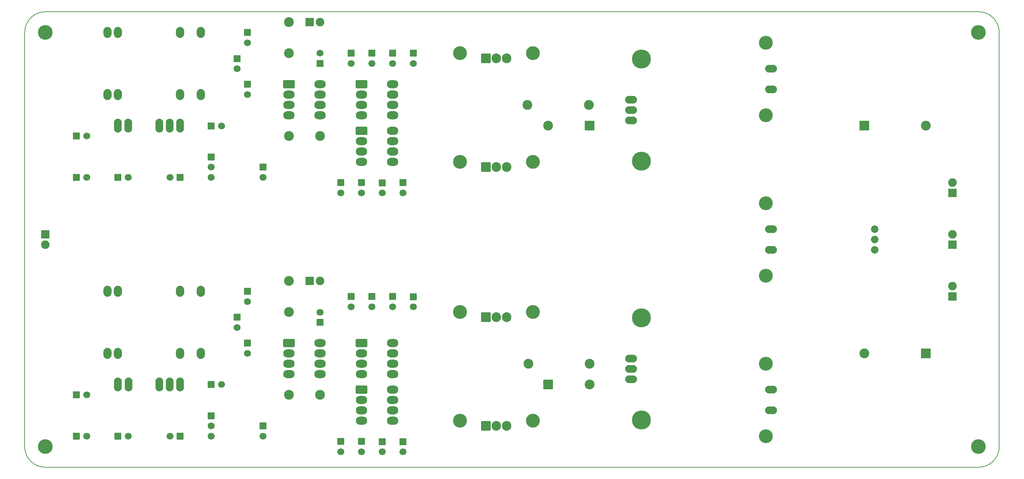
<source format=gbr>
%TF.GenerationSoftware,KiCad,Pcbnew,6.0.4+dfsg-1+b1*%
%TF.CreationDate,2022-05-18T11:28:58-05:00*%
%TF.ProjectId,HV-pulse-generator,48562d70-756c-4736-952d-67656e657261,C*%
%TF.SameCoordinates,Original*%
%TF.FileFunction,Soldermask,Bot*%
%TF.FilePolarity,Negative*%
%FSLAX46Y46*%
G04 Gerber Fmt 4.6, Leading zero omitted, Abs format (unit mm)*
G04 Created by KiCad (PCBNEW 6.0.4+dfsg-1+b1) date 2022-05-18 11:28:58*
%MOMM*%
%LPD*%
G01*
G04 APERTURE LIST*
G04 Aperture macros list*
%AMRoundRect*
0 Rectangle with rounded corners*
0 $1 Rounding radius*
0 $2 $3 $4 $5 $6 $7 $8 $9 X,Y pos of 4 corners*
0 Add a 4 corners polygon primitive as box body*
4,1,4,$2,$3,$4,$5,$6,$7,$8,$9,$2,$3,0*
0 Add four circle primitives for the rounded corners*
1,1,$1+$1,$2,$3*
1,1,$1+$1,$4,$5*
1,1,$1+$1,$6,$7*
1,1,$1+$1,$8,$9*
0 Add four rect primitives between the rounded corners*
20,1,$1+$1,$2,$3,$4,$5,0*
20,1,$1+$1,$4,$5,$6,$7,0*
20,1,$1+$1,$6,$7,$8,$9,0*
20,1,$1+$1,$8,$9,$2,$3,0*%
G04 Aperture macros list end*
%TA.AperFunction,Profile*%
%ADD10C,0.150000*%
%TD*%
%ADD11RoundRect,0.200000X-1.000000X-1.000000X1.000000X-1.000000X1.000000X1.000000X-1.000000X1.000000X0*%
%ADD12C,2.400000*%
%ADD13RoundRect,0.200000X1.000000X1.000000X-1.000000X1.000000X-1.000000X-1.000000X1.000000X-1.000000X0*%
%ADD14RoundRect,0.200000X-0.850000X-0.850000X0.850000X-0.850000X0.850000X0.850000X-0.850000X0.850000X0*%
%ADD15O,2.100000X2.100000*%
%ADD16RoundRect,0.200000X0.850000X0.850000X-0.850000X0.850000X-0.850000X-0.850000X0.850000X-0.850000X0*%
%ADD17O,2.899360X1.901140*%
%ADD18C,3.400000*%
%ADD19C,4.670000*%
%ADD20C,3.600000*%
%ADD21RoundRect,0.200000X-1.200000X-0.800000X1.200000X-0.800000X1.200000X0.800000X-1.200000X0.800000X0*%
%ADD22O,2.800000X2.000000*%
%ADD23C,1.840000*%
%ADD24RoundRect,0.200000X-0.650000X0.650000X-0.650000X-0.650000X0.650000X-0.650000X0.650000X0.650000X0*%
%ADD25C,1.700000*%
%ADD26RoundRect,0.200000X-0.650000X-0.650000X0.650000X-0.650000X0.650000X0.650000X-0.650000X0.650000X0*%
%ADD27RoundRect,0.200000X0.650000X-0.650000X0.650000X0.650000X-0.650000X0.650000X-0.650000X-0.650000X0*%
%ADD28RoundRect,0.200000X0.650000X0.650000X-0.650000X0.650000X-0.650000X-0.650000X0.650000X-0.650000X0*%
%ADD29C,2.398980*%
%ADD30RoundRect,0.200000X0.650240X-0.650240X0.650240X0.650240X-0.650240X0.650240X-0.650240X-0.650240X0*%
%ADD31C,1.700480*%
%ADD32O,1.901140X3.399740*%
%ADD33RoundRect,0.200000X0.850000X-0.850000X0.850000X0.850000X-0.850000X0.850000X-0.850000X-0.850000X0*%
%ADD34O,2.000000X2.700000*%
%ADD35RoundRect,0.200000X-0.952500X-1.000000X0.952500X-1.000000X0.952500X1.000000X-0.952500X1.000000X0*%
%ADD36O,2.305000X2.400000*%
%ADD37RoundRect,0.200000X0.999490X0.999490X-0.999490X0.999490X-0.999490X-0.999490X0.999490X-0.999490X0*%
%ADD38RoundRect,0.200000X-0.999490X-0.999490X0.999490X-0.999490X0.999490X0.999490X-0.999490X0.999490X0*%
G04 APERTURE END LIST*
D10*
X20320000Y-127000000D02*
X20320000Y-25400000D01*
X259080000Y-25400000D02*
G75*
G03*
X254000000Y-20320000I-5080000J0D01*
G01*
X254000000Y-132080000D02*
G75*
G03*
X259080000Y-127000000I0J5080000D01*
G01*
X254000000Y-20320000D02*
X25400000Y-20320000D01*
X259080000Y-25400000D02*
X259080000Y-127000000D01*
X254000000Y-132080000D02*
X25400000Y-132080000D01*
X20320000Y-127000000D02*
G75*
G03*
X25400000Y-132080000I5080000J0D01*
G01*
X25400000Y-20320000D02*
G75*
G03*
X20320000Y-25400000I0J-5080000D01*
G01*
D11*
%TO.C,C6*%
X226060000Y-48260000D03*
D12*
X241060000Y-48260000D03*
%TD*%
D13*
%TO.C,C29*%
X241060000Y-104140000D03*
D12*
X226060000Y-104140000D03*
%TD*%
D14*
%TO.C,J3*%
X25400000Y-74930000D03*
D15*
X25400000Y-77470000D03*
%TD*%
D16*
%TO.C,J4*%
X247650000Y-77470000D03*
D15*
X247650000Y-74930000D03*
%TD*%
D17*
%TO.C,R1*%
X203200000Y-39370000D03*
X203200000Y-34290000D03*
%TD*%
%TO.C,R5*%
X203200000Y-78740000D03*
X203200000Y-73660000D03*
%TD*%
%TO.C,R9*%
X203200000Y-118110000D03*
X203200000Y-113030000D03*
%TD*%
D18*
%TO.C,REF\u002A\u002A*%
X201930000Y-27930000D03*
X201930000Y-45730000D03*
%TD*%
%TO.C,REF\u002A\u002A*%
X201930000Y-106670000D03*
X201930000Y-124470000D03*
%TD*%
%TO.C,REF\u002A\u002A*%
X144790000Y-93980000D03*
X126990000Y-93980000D03*
%TD*%
D19*
%TO.C,REF\u002A\u002A*%
X171450000Y-95450000D03*
X171450000Y-120450000D03*
%TD*%
D20*
%TO.C,REF\u002A\u002A*%
X254000000Y-127000000D03*
%TD*%
D21*
%TO.C,U1*%
X102870000Y-101600000D03*
D22*
X102870000Y-104140000D03*
X102870000Y-106680000D03*
X102870000Y-109220000D03*
X110490000Y-109220000D03*
X110490000Y-106680000D03*
X110490000Y-104140000D03*
X110490000Y-101600000D03*
%TD*%
D21*
%TO.C,U2*%
X85090000Y-101600000D03*
D22*
X85090000Y-104140000D03*
X85090000Y-106680000D03*
X85090000Y-109220000D03*
X92710000Y-109220000D03*
X92710000Y-106680000D03*
X92710000Y-104140000D03*
X92710000Y-101600000D03*
%TD*%
D23*
%TO.C,RTUNE1*%
X228600000Y-73660000D03*
X228600000Y-76200000D03*
X228600000Y-78740000D03*
%TD*%
D24*
%TO.C,C4*%
X100330000Y-90170000D03*
D25*
X100330000Y-92670000D03*
%TD*%
D24*
%TO.C,C12*%
X107950000Y-125770000D03*
D25*
X107950000Y-128270000D03*
%TD*%
D26*
%TO.C,C17*%
X66040000Y-111760000D03*
D25*
X68540000Y-111760000D03*
%TD*%
D24*
%TO.C,C14*%
X113030000Y-125770000D03*
D25*
X113030000Y-128270000D03*
%TD*%
D24*
%TO.C,C16*%
X72390000Y-95250000D03*
D25*
X72390000Y-97750000D03*
%TD*%
D27*
%TO.C,C1*%
X92710000Y-96520000D03*
D25*
X92710000Y-94020000D03*
%TD*%
D24*
%TO.C,C13*%
X97790000Y-125730000D03*
D25*
X97790000Y-128230000D03*
%TD*%
D24*
%TO.C,C2*%
X102870000Y-125730000D03*
D25*
X102870000Y-128230000D03*
%TD*%
D24*
%TO.C,C5*%
X115570000Y-90210000D03*
D25*
X115570000Y-92710000D03*
%TD*%
D20*
%TO.C,REF\u002A\u002A*%
X254000000Y-25400000D03*
%TD*%
%TO.C,REF\u002A\u002A*%
X25400000Y-127000000D03*
%TD*%
D24*
%TO.C,C3*%
X74930000Y-88900000D03*
D25*
X74930000Y-91400000D03*
%TD*%
D28*
%TO.C,C8*%
X58420000Y-124460000D03*
D25*
X55920000Y-124460000D03*
%TD*%
D26*
%TO.C,C9*%
X43180000Y-124460000D03*
D25*
X45680000Y-124460000D03*
%TD*%
D24*
%TO.C,C11*%
X74930000Y-101600000D03*
D25*
X74930000Y-104100000D03*
%TD*%
D26*
%TO.C,C15*%
X33020000Y-124460000D03*
D25*
X35520000Y-124460000D03*
%TD*%
D24*
%TO.C,C18*%
X78740000Y-121920000D03*
D25*
X78740000Y-124420000D03*
%TD*%
D26*
%TO.C,C19*%
X33020000Y-114300000D03*
D25*
X35520000Y-114300000D03*
%TD*%
D29*
%TO.C,R2*%
X92710000Y-114300000D03*
X85090000Y-114300000D03*
%TD*%
%TO.C,R3*%
X85090000Y-93980000D03*
X85090000Y-86360000D03*
%TD*%
D30*
%TO.C,U4*%
X66040000Y-119418100D03*
D31*
X66040000Y-121920000D03*
X66040000Y-124416820D03*
%TD*%
D30*
%TO.C,U8*%
X66040000Y-55918100D03*
D31*
X66040000Y-58420000D03*
X66040000Y-60916820D03*
%TD*%
D17*
%TO.C,Q5*%
X168910000Y-110490000D03*
X168910000Y-107950000D03*
X168910000Y-105410000D03*
%TD*%
%TO.C,Q2*%
X168910000Y-46990000D03*
X168910000Y-44450000D03*
X168910000Y-41910000D03*
%TD*%
D19*
%TO.C,REF\u002A\u002A*%
X171450000Y-56950000D03*
X171450000Y-31950000D03*
%TD*%
D26*
%TO.C,C36*%
X66040000Y-48300000D03*
D25*
X68540000Y-48300000D03*
%TD*%
D32*
%TO.C,P1*%
X43180000Y-111760000D03*
X45730160Y-111760000D03*
X53329800Y-111760000D03*
X55880000Y-111760000D03*
X58420000Y-111760000D03*
%TD*%
D33*
%TO.C,J5*%
X90170000Y-86360000D03*
D15*
X92710000Y-86360000D03*
%TD*%
D18*
%TO.C,REF\u002A\u002A*%
X201930000Y-85100000D03*
X201930000Y-67300000D03*
%TD*%
D21*
%TO.C,U3*%
X102870000Y-113030000D03*
D22*
X102870000Y-115570000D03*
X102870000Y-118110000D03*
X102870000Y-120650000D03*
X110490000Y-120650000D03*
X110490000Y-118110000D03*
X110490000Y-115570000D03*
X110490000Y-113030000D03*
%TD*%
D34*
%TO.C,P2*%
X40640000Y-104140000D03*
X43180000Y-104140000D03*
X58420000Y-104140000D03*
X63500000Y-104140000D03*
X63500000Y-88900000D03*
X58420000Y-88900000D03*
X43180000Y-88900000D03*
X40640000Y-88900000D03*
%TD*%
D24*
%TO.C,C7*%
X105410000Y-90170000D03*
D25*
X105410000Y-92670000D03*
%TD*%
D24*
%TO.C,C10*%
X110490000Y-90170000D03*
D25*
X110490000Y-92670000D03*
%TD*%
D35*
%TO.C,Q1*%
X133350000Y-95250000D03*
D36*
X135890000Y-95250000D03*
X138430000Y-95250000D03*
%TD*%
D35*
%TO.C,Q3*%
X133350000Y-121920000D03*
D36*
X135890000Y-121920000D03*
X138430000Y-121920000D03*
%TD*%
D37*
%TO.C,D1*%
X148590000Y-111760000D03*
D29*
X158750000Y-111760000D03*
%TD*%
%TO.C,R4*%
X158750000Y-106680000D03*
X143750000Y-106680000D03*
%TD*%
D16*
%TO.C,J1.2*%
X247650000Y-90170000D03*
D15*
X247650000Y-87630000D03*
%TD*%
D16*
%TO.C,J1.1*%
X247650000Y-64770000D03*
D15*
X247650000Y-62230000D03*
%TD*%
D27*
%TO.C,C20*%
X92710000Y-32980000D03*
D25*
X92710000Y-30480000D03*
%TD*%
D24*
%TO.C,C21*%
X113030000Y-62230000D03*
D25*
X113030000Y-64730000D03*
%TD*%
D24*
%TO.C,C23*%
X105410000Y-30480000D03*
D25*
X105410000Y-32980000D03*
%TD*%
D24*
%TO.C,C24*%
X110490000Y-30480000D03*
D25*
X110490000Y-32980000D03*
%TD*%
D24*
%TO.C,C25*%
X115570000Y-30480000D03*
D25*
X115570000Y-32980000D03*
%TD*%
D24*
%TO.C,C28*%
X100330000Y-30480000D03*
D25*
X100330000Y-32980000D03*
%TD*%
D33*
%TO.C,J2*%
X90170000Y-22860000D03*
D15*
X92710000Y-22860000D03*
%TD*%
D26*
%TO.C,C34*%
X33020000Y-60960000D03*
D25*
X35520000Y-60960000D03*
%TD*%
D35*
%TO.C,Q4*%
X133350000Y-31750000D03*
D36*
X135890000Y-31750000D03*
X138430000Y-31750000D03*
%TD*%
D24*
%TO.C,C37*%
X78740000Y-58420000D03*
D25*
X78740000Y-60920000D03*
%TD*%
D24*
%TO.C,C30*%
X74930000Y-38100000D03*
D25*
X74930000Y-40600000D03*
%TD*%
D24*
%TO.C,C33*%
X102870000Y-62230000D03*
D25*
X102870000Y-64730000D03*
%TD*%
D24*
%TO.C,C35*%
X72390000Y-31790000D03*
D25*
X72390000Y-34290000D03*
%TD*%
D29*
%TO.C,R7*%
X85090000Y-30480000D03*
X85090000Y-22860000D03*
%TD*%
D18*
%TO.C,REF\u002A\u002A*%
X126990000Y-30480000D03*
X144790000Y-30480000D03*
%TD*%
%TO.C,REF\u002A\u002A*%
X126990000Y-57150000D03*
X144790000Y-57150000D03*
%TD*%
D21*
%TO.C,U5*%
X102870000Y-38100000D03*
D22*
X102870000Y-40640000D03*
X102870000Y-43180000D03*
X102870000Y-45720000D03*
X110490000Y-45720000D03*
X110490000Y-43180000D03*
X110490000Y-40640000D03*
X110490000Y-38100000D03*
%TD*%
D21*
%TO.C,U7*%
X102870000Y-49530000D03*
D22*
X102870000Y-52070000D03*
X102870000Y-54610000D03*
X102870000Y-57150000D03*
X110490000Y-57150000D03*
X110490000Y-54610000D03*
X110490000Y-52070000D03*
X110490000Y-49530000D03*
%TD*%
D35*
%TO.C,Q6*%
X133350000Y-58420000D03*
D36*
X135890000Y-58420000D03*
X138430000Y-58420000D03*
%TD*%
D32*
%TO.C,P3*%
X43169840Y-48260000D03*
X45720000Y-48260000D03*
X53319640Y-48260000D03*
X55869840Y-48260000D03*
X58409840Y-48260000D03*
%TD*%
D29*
%TO.C,R6*%
X92710000Y-50800000D03*
X85090000Y-50800000D03*
%TD*%
D26*
%TO.C,C38*%
X33020000Y-50800000D03*
D25*
X35520000Y-50800000D03*
%TD*%
D21*
%TO.C,U6*%
X85090000Y-38100000D03*
D22*
X85090000Y-40640000D03*
X85090000Y-43180000D03*
X85090000Y-45720000D03*
X92710000Y-45720000D03*
X92710000Y-43180000D03*
X92710000Y-40640000D03*
X92710000Y-38100000D03*
%TD*%
D28*
%TO.C,C26*%
X58420000Y-60960000D03*
D25*
X55920000Y-60960000D03*
%TD*%
D34*
%TO.C,P4*%
X40640000Y-40640000D03*
X43180000Y-40640000D03*
X58420000Y-40640000D03*
X63500000Y-40640000D03*
X63500000Y-25400000D03*
X58420000Y-25400000D03*
X43180000Y-25400000D03*
X40640000Y-25400000D03*
%TD*%
D24*
%TO.C,C31*%
X107950000Y-62270000D03*
D25*
X107950000Y-64770000D03*
%TD*%
D24*
%TO.C,C32*%
X97790000Y-62230000D03*
D25*
X97790000Y-64730000D03*
%TD*%
D24*
%TO.C,C22*%
X74930000Y-25400000D03*
D25*
X74930000Y-27900000D03*
%TD*%
D26*
%TO.C,C27*%
X43180000Y-60960000D03*
D25*
X45680000Y-60960000D03*
%TD*%
D29*
%TO.C,R8*%
X143510000Y-43180000D03*
X158510000Y-43180000D03*
%TD*%
D38*
%TO.C,D2*%
X158750000Y-48262540D03*
D29*
X148590000Y-48262540D03*
%TD*%
D18*
%TO.C,REF\u002A\u002A*%
X144790000Y-120650000D03*
X126990000Y-120650000D03*
%TD*%
D20*
%TO.C,REF\u002A\u002A*%
X25400000Y-25400000D03*
%TD*%
M02*

</source>
